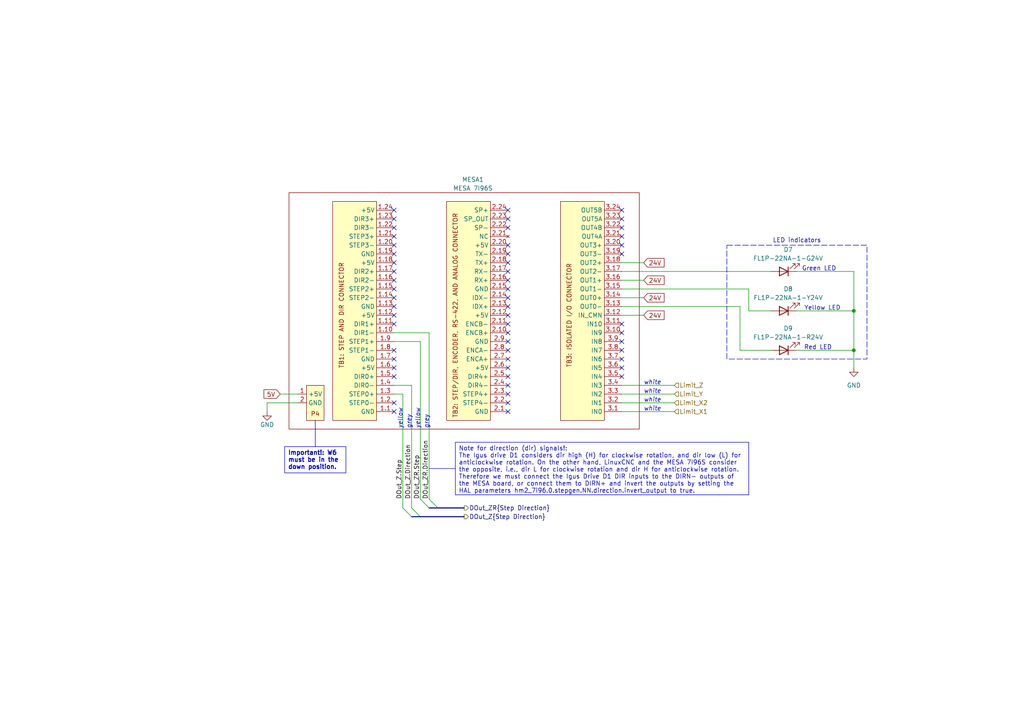
<source format=kicad_sch>
(kicad_sch (version 20250114) (generator "eeschema") (generator_version "9.0")
  (paper "A4")
  (title_block (title "Gantry Robot - MESA 7I96S") (date "2024-03-18") (company "CITIC Research Center & Department of Computer Engineering, University of A Coruña."))
  (lib_symbols
    (symbol "Device:LED" (pin_numbers (hide yes)) (pin_names (offset 1.016) (hide yes))
      (property "Reference" "D" (at 0 2.54 0))
      (property "Value" "LED" (at 0 -2.54 0))
      (symbol "LED_0_1"
        (polyline (pts (xy -3.048 -0.762) (xy -4.572 -2.286) (xy -3.81 -2.286) (xy -4.572 -2.286) (xy -4.572 -1.524)))
        (polyline (pts (xy -1.778 -0.762) (xy -3.302 -2.286) (xy -2.54 -2.286) (xy -3.302 -2.286) (xy -3.302 -1.524)))
        (polyline (pts (xy -1.27 0) (xy 1.27 0)))
        (polyline (pts (xy -1.27 -1.27) (xy -1.27 1.27)) (stroke (width 0.254)))
        (polyline (pts (xy 1.27 -1.27) (xy 1.27 1.27) (xy -1.27 0) (xy 1.27 -1.27)) (stroke (width 0.254)))
      )
      (symbol "LED_1_1"
        (pin passive line (at -3.81 0 0) (length 2.54) (name "K") (number "1"))
        (pin passive line (at 3.81 0 180) (length 2.54) (name "A") (number "2"))
      )
    )
    (symbol "GND_1" (power) (pin_numbers (hide yes)) (pin_names (offset 0) (hide yes))
      (property "Value" "GND" (at 0 -3.81 0))
      (symbol "GND_1_0_1"
        (polyline (pts (xy 0 0) (xy 0 -1.27) (xy 1.27 -1.27) (xy 0 -2.54) (xy -1.27 -1.27) (xy 0 -1.27)))
      )
      (symbol "GND_1_1_1"
        (pin power_in line (at 0 0 270) (length 0) (name "~") (number "1"))
      )
    )
    (symbol "Gantry_Robot_Components:MESA-7I96S"
      (property "Reference" "U" (at 0 38.1 0))
      (property "Value" "MESA-7I96S" (at 0 -35.56 0))
      (symbol "MESA-7I96S_1_1"
        (rectangle (start -53.34 35.56) (end 48.26 -33.02))
        (rectangle (start -48.26 -20.32) (end -43.18 -30.48) (fill (type background)))
        (rectangle (start -40.64 33.02) (end -27.94 -30.48) (fill (type background)))
        (rectangle (start -7.62 33.02) (end 5.08 -30.48) (fill (type background)))
        (rectangle (start 25.4 33.02) (end 38.1 -30.48) (fill (type background)))
        (text "P4" (at -45.72 -28.575 0) (effects (font (size 1.27 1.27))))
        (text "TB1: STEP AND DIR CONNECTOR" (at -38.1 0 900) (effects (font (size 1.27 1.27))))
        (text "TB2: STEP/DIR, ENCODER, RS-422, AND ANALOG CONNECTOR" (at -5.08 0 900) (effects (font (size 1.27 1.27))))
        (text "TB3: ISOLATED I/O CONNECTOR" (at 27.94 0 900) (effects (font (size 1.27 1.27))))
        (pin power_in line (at -50.8 -22.86 0) (length 2.54) (name "+5V") (number "1"))
        (pin power_in line (at -50.8 -25.4 0) (length 2.54) (name "GND") (number "2"))
        (pin power_out line (at -22.86 30.48 180) (length 5.08) (name "+5V") (number "1.24"))
        (pin output line (at -22.86 27.94 180) (length 5.08) (name "DIR3+") (number "1.23"))
        (pin output line (at -22.86 25.4 180) (length 5.08) (name "DIR3-") (number "1.22"))
        (pin output line (at -22.86 22.86 180) (length 5.08) (name "STEP3+") (number "1.21"))
        (pin output line (at -22.86 20.32 180) (length 5.08) (name "STEP3-") (number "1.20"))
        (pin power_out line (at -22.86 17.78 180) (length 5.08) (name "GND") (number "1.19"))
        (pin power_out line (at -22.86 15.24 180) (length 5.08) (name "+5V") (number "1.18"))
        (pin output line (at -22.86 12.7 180) (length 5.08) (name "DIR2+") (number "1.17"))
        (pin output line (at -22.86 10.16 180) (length 5.08) (name "DIR2-") (number "1.16"))
        (pin output line (at -22.86 7.62 180) (length 5.08) (name "STEP2+") (number "1.15"))
        (pin output line (at -22.86 5.08 180) (length 5.08) (name "STEP2-") (number "1.14"))
        (pin power_out line (at -22.86 2.54 180) (length 5.08) (name "GND") (number "1.13"))
        (pin power_out line (at -22.86 0 180) (length 5.08) (name "+5V") (number "1.12"))
        (pin output line (at -22.86 -2.54 180) (length 5.08) (name "DIR1+") (number "1.11"))
        (pin output line (at -22.86 -5.08 180) (length 5.08) (name "DIR1-") (number "1.10"))
        (pin output line (at -22.86 -7.62 180) (length 5.08) (name "STEP1+") (number "1.9"))
        (pin output line (at -22.86 -10.16 180) (length 5.08) (name "STEP1-") (number "1.8"))
        (pin power_out line (at -22.86 -12.7 180) (length 5.08) (name "GND") (number "1.7"))
        (pin power_out line (at -22.86 -15.24 180) (length 5.08) (name "+5V") (number "1.6"))
        (pin output line (at -22.86 -17.78 180) (length 5.08) (name "DIR0+") (number "1.5"))
        (pin output line (at -22.86 -20.32 180) (length 5.08) (name "DIR0-") (number "1.4"))
        (pin output line (at -22.86 -22.86 180) (length 5.08) (name "STEP0+") (number "1.3"))
        (pin output line (at -22.86 -25.4 180) (length 5.08) (name "STEP0-") (number "1.2"))
        (pin power_out line (at -22.86 -27.94 180) (length 5.08) (name "GND") (number "1.1"))
        (pin input line (at 10.16 30.48 180) (length 5.08) (name "SP+") (number "2.24"))
        (pin output line (at 10.16 27.94 180) (length 5.08) (name "SP_OUT") (number "2.23"))
        (pin input line (at 10.16 25.4 180) (length 5.08) (name "SP-") (number "2.22"))
        (pin no_connect line (at 10.16 22.86 180) (length 5.08) (name "NC") (number "2.21"))
        (pin power_out line (at 10.16 20.32 180) (length 5.08) (name "+5V") (number "2.20"))
        (pin output line (at 10.16 17.78 180) (length 5.08) (name "TX-") (number "2.19"))
        (pin output line (at 10.16 15.24 180) (length 5.08) (name "TX+") (number "2.18"))
        (pin input line (at 10.16 12.7 180) (length 5.08) (name "RX-") (number "2.17"))
        (pin input line (at 10.16 10.16 180) (length 5.08) (name "RX+") (number "2.16"))
        (pin power_out line (at 10.16 7.62 180) (length 5.08) (name "GND") (number "2.15"))
        (pin input line (at 10.16 5.08 180) (length 5.08) (name "IDX-") (number "2.14"))
        (pin input line (at 10.16 2.54 180) (length 5.08) (name "IDX+") (number "2.13"))
        (pin power_out line (at 10.16 0 180) (length 5.08) (name "+5V") (number "2.12"))
        (pin input line (at 10.16 -2.54 180) (length 5.08) (name "ENCB-") (number "2.11"))
        (pin input line (at 10.16 -5.08 180) (length 5.08) (name "ENCB+") (number "2.10"))
        (pin power_out line (at 10.16 -7.62 180) (length 5.08) (name "GND") (number "2.9"))
        (pin input line (at 10.16 -10.16 180) (length 5.08) (name "ENCA-") (number "2.8"))
        (pin input line (at 10.16 -12.7 180) (length 5.08) (name "ENCA+") (number "2.7"))
        (pin power_out line (at 10.16 -15.24 180) (length 5.08) (name "+5V") (number "2.6"))
        (pin output line (at 10.16 -17.78 180) (length 5.08) (name "DIR4+") (number "2.5"))
        (pin output line (at 10.16 -20.32 180) (length 5.08) (name "DIR4-") (number "2.4"))
        (pin output line (at 10.16 -22.86 180) (length 5.08) (name "STEP4+") (number "2.3"))
        (pin output line (at 10.16 -25.4 180) (length 5.08) (name "STEP4-") (number "2.2"))
        (pin power_out line (at 10.16 -27.94 180) (length 5.08) (name "GND") (number "2.1"))
        (pin passive line (at 43.18 30.48 180) (length 5.08) (name "OUT5B") (number "3.24"))
        (pin passive line (at 43.18 27.94 180) (length 5.08) (name "OUT5A") (number "3.23"))
        (pin passive line (at 43.18 25.4 180) (length 5.08) (name "OUT4B") (number "3.22"))
        (pin passive line (at 43.18 22.86 180) (length 5.08) (name "OUT4A") (number "3.21"))
        (pin passive line (at 43.18 20.32 180) (length 5.08) (name "OUT3+") (number "3.20"))
        (pin passive line (at 43.18 17.78 180) (length 5.08) (name "OUT3-") (number "3.19"))
        (pin passive line (at 43.18 15.24 180) (length 5.08) (name "OUT2+") (number "3.18"))
        (pin passive line (at 43.18 12.7 180) (length 5.08) (name "OUT2-") (number "3.17"))
        (pin passive line (at 43.18 10.16 180) (length 5.08) (name "OUT1+") (number "3.16"))
        (pin passive line (at 43.18 7.62 180) (length 5.08) (name "OUT1-") (number "3.15"))
        (pin passive line (at 43.18 5.08 180) (length 5.08) (name "OUT0+") (number "3.14"))
        (pin passive line (at 43.18 2.54 180) (length 5.08) (name "OUT0-") (number "3.13"))
        (pin power_in line (at 43.18 0 180) (length 5.08) (name "IN_CMN") (number "3.12"))
        (pin input line (at 43.18 -2.54 180) (length 5.08) (name "IN10") (number "3.11"))
        (pin input line (at 43.18 -5.08 180) (length 5.08) (name "IN9") (number "3.10"))
        (pin input line (at 43.18 -7.62 180) (length 5.08) (name "IN8") (number "3.9"))
        (pin input line (at 43.18 -10.16 180) (length 5.08) (name "IN7") (number "3.8"))
        (pin input line (at 43.18 -12.7 180) (length 5.08) (name "IN6") (number "3.7"))
        (pin input line (at 43.18 -15.24 180) (length 5.08) (name "IN5") (number "3.6"))
        (pin input line (at 43.18 -17.78 180) (length 5.08) (name "IN4") (number "3.5"))
        (pin input line (at 43.18 -20.32 180) (length 5.08) (name "IN3") (number "3.4"))
        (pin input line (at 43.18 -22.86 180) (length 5.08) (name "IN2") (number "3.3"))
        (pin input line (at 43.18 -25.4 180) (length 5.08) (name "IN1") (number "3.2"))
        (pin input line (at 43.18 -27.94 180) (length 5.08) (name "IN0") (number "3.1"))
      )
    )
    (symbol "power:GND" (power) (pin_names (offset 0))
      (property "Value" "GND" (at 0 -3.81 0))
      (symbol "GND_0_1"
        (polyline (pts (xy 0 0) (xy 0 -1.27) (xy 1.27 -1.27) (xy 0 -2.54) (xy -1.27 -1.27) (xy 0 -1.27)))
      )
      (symbol "GND_1_1"
        (pin power_in line (at 0 0 270) (length 0) (hide yes) (name "GND") (number "1"))
      )
    )
  )
  (rectangle (start 210.82 71.12) (end 251.46 104.14) (stroke (width 0) (type dash)))
  (text "grey" (at 124.46 124.46 90) (effects (font (size 1.27 1.27) (italic yes)) (justify left bottom)))
  (text "LED indicators" (at 231.14 69.85 0) (effects (font (size 1.27 1.27))))
  (text "Green LED" (at 242.57 78.74 0) (effects (font (size 1.27 1.27)) (justify right bottom)))
  (text "white" (at 186.69 114.3 0) (effects (font (size 1.27 1.27) (italic yes)) (justify left bottom)))
  (text "grey" (at 119.38 124.46 90) (effects (font (size 1.27 1.27) (italic yes)) (justify left bottom)))
  (text "white" (at 186.69 116.84 0) (effects (font (size 1.27 1.27) (italic yes)) (justify left bottom)))
  (text "Red LED" (at 241.3 101.6 0) (effects (font (size 1.27 1.27)) (justify right bottom)))
  (text "white" (at 186.69 119.38 0) (effects (font (size 1.27 1.27) (italic yes)) (justify left bottom)))
  (text "yellow" (at 121.92 124.46 90) (effects (font (size 1.27 1.27) (italic yes)) (justify left bottom)))
  (text "white" (at 186.69 111.76 0) (effects (font (size 1.27 1.27) (italic yes)) (justify left bottom)))
  (text "yellow" (at 116.84 124.46 90) (effects (font (size 1.27 1.27) (italic yes)) (justify left bottom)))
  (text "Yellow LED" (at 243.84 90.17 0) (effects (font (size 1.27 1.27)) (justify right bottom)))
  (text_box "Important!: W6 must be in the down position." (at 82.55 129.54 0) (size 17.78 7.62) (margins 0.9525 0.9525 0.9525 0.9525) (effects (font (size 1.27 1.27) (thickness 0.254) (bold yes)) (justify left top)))
  (text_box "Note for direction (dir) signals!:\nThe Igus drive D1 considers dir high (H) for clockwise rotation, and dir low (L) for anticlockwise rotation. On the other hand, LinuxCNC and the MESA 7I96S consider the opposite, i.e., dir L for clockwise rotation and dir H for anticlockwise rotation. Therefore we must connect the Igus Drive D1 DIR inputs to the DIRN- outputs of the MESA board, or connect them to DIRN+ and invert the outputs by setting the HAL parameters hm2_7i96.0.stepgen.NN.direction.invert_output to true." (at 132.08 128.27 0) (size 85.09 15.24) (margins 0.9525 0.9525 0.9525 0.9525) (effects (font (size 1.27 1.27)) (justify left top)))
  (junction (at 247.65 90.17))
  (junction (at 247.65 101.6))
  (no_connect (at 147.32 104.14))
  (no_connect (at 114.3 106.68))
  (no_connect (at 180.34 101.6))
  (no_connect (at 180.34 109.22))
  (no_connect (at 147.32 83.82))
  (no_connect (at 147.32 109.22))
  (no_connect (at 147.32 81.28))
  (no_connect (at 147.32 114.3))
  (no_connect (at 147.32 63.5))
  (no_connect (at 114.3 66.04))
  (no_connect (at 180.34 68.58))
  (no_connect (at 180.34 106.68))
  (no_connect (at 180.34 99.06))
  (no_connect (at 114.3 88.9))
  (no_connect (at 147.32 91.44))
  (no_connect (at 147.32 60.96))
  (no_connect (at 180.34 66.04))
  (no_connect (at 180.34 60.96))
  (no_connect (at 114.3 71.12))
  (no_connect (at 147.32 101.6))
  (no_connect (at 114.3 76.2))
  (no_connect (at 114.3 68.58))
  (no_connect (at 147.32 99.06))
  (no_connect (at 114.3 93.98))
  (no_connect (at 114.3 116.84))
  (no_connect (at 180.34 73.66))
  (no_connect (at 147.32 66.04))
  (no_connect (at 147.32 106.68))
  (no_connect (at 147.32 93.98))
  (no_connect (at 114.3 60.96))
  (no_connect (at 114.3 109.22))
  (no_connect (at 114.3 86.36))
  (no_connect (at 180.34 63.5))
  (no_connect (at 147.32 116.84))
  (no_connect (at 147.32 111.76))
  (no_connect (at 114.3 91.44))
  (no_connect (at 114.3 63.5))
  (no_connect (at 114.3 83.82))
  (no_connect (at 147.32 71.12))
  (no_connect (at 114.3 81.28))
  (no_connect (at 147.32 78.74))
  (no_connect (at 114.3 104.14))
  (no_connect (at 147.32 73.66))
  (no_connect (at 180.34 71.12))
  (no_connect (at 147.32 119.38))
  (no_connect (at 147.32 88.9))
  (no_connect (at 147.32 96.52))
  (no_connect (at 180.34 96.52))
  (no_connect (at 114.3 73.66))
  (no_connect (at 147.32 76.2))
  (no_connect (at 147.32 86.36))
  (no_connect (at 114.3 119.38))
  (no_connect (at 180.34 93.98))
  (no_connect (at 180.34 104.14))
  (no_connect (at 114.3 78.74))
  (no_connect (at 114.3 101.6))
  (bus_entry (at 116.84 147.32) (size 2.54 2.54))
  (bus_entry (at 119.38 147.32) (size 2.54 2.54))
  (bus_entry (at 121.92 144.78) (size 2.54 2.54))
  (bus_entry (at 124.46 144.78) (size 2.54 2.54))
  (wire (pts (xy 81.28 114.3) (xy 86.36 114.3)))
  (wire (pts (xy 180.34 119.38) (xy 195.58 119.38)))
  (wire (pts (xy 247.65 78.74) (xy 247.65 90.17)))
  (wire (pts (xy 180.34 116.84) (xy 195.58 116.84)))
  (wire (pts (xy 180.34 114.3) (xy 195.58 114.3)))
  (wire (pts (xy 214.63 101.6) (xy 223.52 101.6)))
  (wire (pts (xy 231.14 90.17) (xy 247.65 90.17)))
  (wire (pts (xy 180.34 76.2) (xy 186.69 76.2)))
  (bus (pts (xy 124.46 147.32) (xy 127 147.32)))
  (bus (pts (xy 119.38 149.86) (xy 121.92 149.86)))
  (polyline (pts (xy 91.44 121.92) (xy 91.44 129.54)))
  (wire (pts (xy 180.34 78.74) (xy 223.52 78.74)))
  (wire (pts (xy 121.92 99.06) (xy 121.92 144.78)))
  (wire (pts (xy 114.3 99.06) (xy 121.92 99.06)))
  (wire (pts (xy 180.34 88.9) (xy 214.63 88.9)))
  (polyline (pts (xy 124.46 135.89) (xy 132.08 135.89)))
  (wire (pts (xy 217.17 90.17) (xy 223.52 90.17)))
  (wire (pts (xy 180.34 91.44) (xy 186.69 91.44)))
  (wire (pts (xy 180.34 83.82) (xy 217.17 83.82)))
  (wire (pts (xy 247.65 101.6) (xy 247.65 106.68)))
  (wire (pts (xy 247.65 90.17) (xy 247.65 101.6)))
  (wire (pts (xy 114.3 96.52) (xy 124.46 96.52)))
  (wire (pts (xy 124.46 96.52) (xy 124.46 144.78)))
  (wire (pts (xy 231.14 78.74) (xy 247.65 78.74)))
  (wire (pts (xy 77.47 116.84) (xy 86.36 116.84)))
  (wire (pts (xy 114.3 111.76) (xy 119.38 111.76)))
  (bus (pts (xy 121.92 149.86) (xy 134.62 149.86)))
  (wire (pts (xy 214.63 88.9) (xy 214.63 101.6)))
  (wire (pts (xy 180.34 86.36) (xy 186.69 86.36)))
  (wire (pts (xy 217.17 83.82) (xy 217.17 90.17)))
  (wire (pts (xy 231.14 101.6) (xy 247.65 101.6)))
  (wire (pts (xy 77.47 116.84) (xy 77.47 119.38)))
  (wire (pts (xy 180.34 111.76) (xy 195.58 111.76)))
  (bus (pts (xy 127 147.32) (xy 134.62 147.32)))
  (wire (pts (xy 180.34 81.28) (xy 186.69 81.28)))
  (wire (pts (xy 116.84 114.3) (xy 116.84 147.32)))
  (wire (pts (xy 119.38 111.76) (xy 119.38 147.32)))
  (wire (pts (xy 114.3 114.3) (xy 116.84 114.3)))
  (label "DOut_ZR.Direction" (at 124.46 144.78 90))
  (label "DOut_Z.Direction" (at 119.38 144.78 90))
  (label "DOut_ZR.Step" (at 121.92 144.78 90))
  (label "DOut_Z.Step" (at 116.84 144.78 90))
  (global_label "24V" (shape input) (at 186.69 81.28 0) (property "Intersheetrefs" "${INTERSHEET_REFS}" (effects (hide yes))))
  (global_label "24V" (shape input) (at 186.69 76.2 0) (property "Intersheetrefs" "${INTERSHEET_REFS}" (effects (hide yes))))
  (global_label "24V" (shape input) (at 186.69 86.36 0) (property "Intersheetrefs" "${INTERSHEET_REFS}" (effects (hide yes))))
  (global_label "24V" (shape input) (at 186.69 91.44 0) (property "Intersheetrefs" "${INTERSHEET_REFS}" (effects (hide yes))))
  (global_label "5V" (shape input) (at 81.28 114.3 180) (property "Intersheetrefs" "${INTERSHEET_REFS}" (effects (hide yes))))
  (hierarchical_label "Limit_X1" (shape input) (at 195.58 119.38 0))
  (hierarchical_label "Limit_X2" (shape input) (at 195.58 116.84 0))
  (hierarchical_label "DOut_Z{Step Direction}" (shape output) (at 134.62 149.86 0))
  (hierarchical_label "DOut_ZR{Step Direction}" (shape output) (at 134.62 147.32 0))
  (hierarchical_label "Limit_Y" (shape input) (at 195.58 114.3 0))
  (hierarchical_label "Limit_Z" (shape input) (at 195.58 111.76 0))
  (symbol (lib_id "Device:LED") (at 227.33 78.74 180) (unit 1)
    (property "Reference" "D7" (at 228.6 72.39 0))
    (property "Value" "FL1P-22NA-1-G24V" (at 228.6 74.93 0))
    (property "Datasheet" "https://mspindy.com/spec-sheets/FL1P-22NA-1.pdf" (effects (hide yes)))
    (property "Description" "Light emitting diode" (effects (hide yes)))
  )
  (symbol (lib_id "Device:LED") (at 227.33 101.6 180) (unit 1)
    (property "Reference" "D9" (at 228.6 95.25 0))
    (property "Value" "FL1P-22NA-1-R24V" (at 228.6 97.79 0))
    (property "Datasheet" "https://mspindy.com/spec-sheets/FL1P-22NA-1.pdf" (effects (hide yes)))
    (property "Description" "Light emitting diode" (effects (hide yes)))
  )
  (symbol (lib_id "Device:LED") (at 227.33 90.17 180) (unit 1)
    (property "Reference" "D8" (at 228.6 83.82 0))
    (property "Value" "FL1P-22NA-1-Y24V" (at 228.6 86.36 0))
    (property "Datasheet" "https://mspindy.com/spec-sheets/FL1P-22NA-1.pdf" (effects (hide yes)))
    (property "Description" "Light emitting diode" (effects (hide yes)))
  )
  (symbol (lib_name "GND_1") (lib_id "power:GND") (at 247.65 106.68 0) (unit 1)
    (property "Reference" "#PWR049" (effects (hide yes)))
    (property "Value" "GND" (at 247.65 111.76 0))
    (property "Description" "Power symbol creates a global label with name \"GND\" , ground" (effects (hide yes)))
  )
  (symbol (lib_id "power:GND") (at 77.47 119.38 0) (mirror y) (unit 1)
    (property "Reference" "#PWR046" (effects (hide yes)))
    (property "Value" "GND" (at 77.47 123.19 0))
  )
  (symbol (lib_id "Gantry_Robot_Components:MESA-7I96S") (at 137.16 91.44 0) (unit 1)
    (property "Reference" "MESA1" (at 137.16 52.07 0))
    (property "Value" "MESA 7I96S" (at 137.16 54.61 0))
  )
)
</source>
